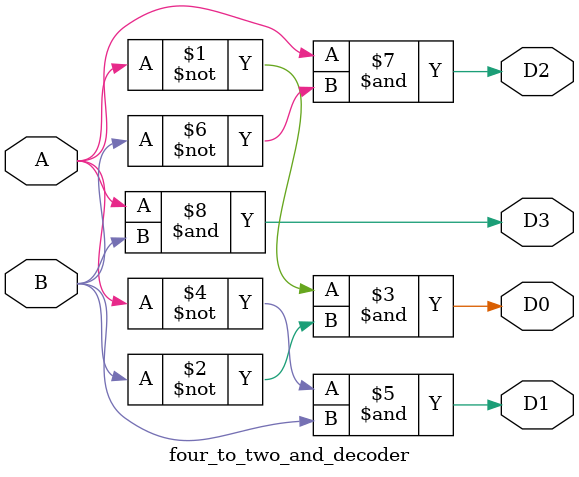
<source format=v>
`timescale 1ns / 1ps

module four_to_two_and_decoder(A, B, D0, D1, D2, D3);
    input A, B;
    output D0, D1, D2, D3;

    assign D0 = ~A & ~B;
    assign D1 = ~A & B;
    assign D2 = A & ~B;
    assign D3 = A & B;
endmodule

</source>
